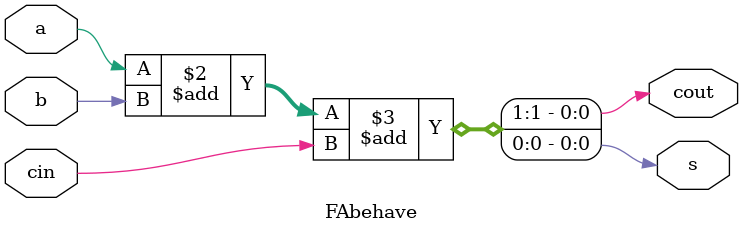
<source format=v>
module RCAddSub(
	input AddSub,
	input [3:0] A,B,
	output [3:0] S,
	output Cout);
	wire [3:0] Bb;
	wire [4:0] C;
	
	assign Bb[3:0] = {AddSub^B[3],AddSub^B[2],AddSub^B[1],AddSub^B[0]}; 
	assign C[0] = AddSub; //Add 0 for addition, 1 for subtraction assign 
	assign Cout = C[4]; //rename carry out port
//instantiate the full adder module for each stage of the ripple carry adder
//select add (AddSub=0) or subtract (AddSub=1) operation //declare input ports
FAbehave s0 (S[0], C[1], A[0], Bb[0], C[0]); 
FAbehave s1 (S[1], C[2], A[1], Bb[1], C[1]); 
FAbehave s2 (S[2], C[3], A[2], Bb[2], C[2]); 
FAbehave s3 (S[3], C[4], A[3], Bb[3], C[3]);
endmodule


module FAbehave (s,cout,a,b,cin);
	input a,b,cin;
	output reg s,cout;
	always @ (a,b,cin)
		{cout,s} = a + b + cin;
endmodule

</source>
